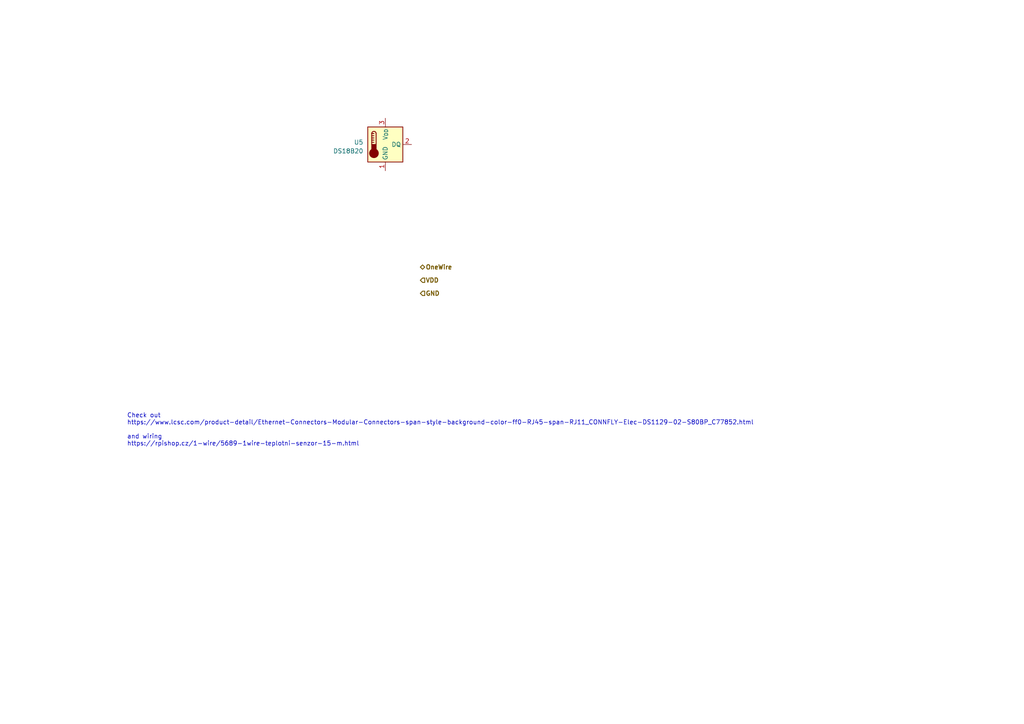
<source format=kicad_sch>
(kicad_sch (version 20230121) (generator eeschema)
  (paper "A4")
  (lib_symbols
    (symbol "Sensor_Temperature:DS18B20"
      (property "Reference" "U" (at -3.81 6.35 0))
      (property "Value" "DS18B20" (at 6.35 6.35 0))
      (symbol "DS18B20_0_1"
        (rectangle (start -5.08 5.08) (end 5.08 -5.08) (stroke (width 0.254)) (fill (type background)))
        (circle (center -3.302 -2.54) (radius 1.27) (stroke (width 0.254)) (fill (type outline)))
        (rectangle (start -2.667 -1.905) (end -3.937 0) (stroke (width 0.254)) (fill (type outline)))
        (arc (start -2.667 3.175) (mid -3.302 3.8073) (end -3.937 3.175) (stroke (width 0.254)))
        (polyline (pts (xy -3.937 0.635) (xy -3.302 0.635)) (stroke (width 0.254)))
        (polyline (pts (xy -3.937 1.27) (xy -3.302 1.27)) (stroke (width 0.254)))
        (polyline (pts (xy -3.937 1.905) (xy -3.302 1.905)) (stroke (width 0.254)))
        (polyline (pts (xy -3.937 2.54) (xy -3.302 2.54)) (stroke (width 0.254)))
        (polyline (pts (xy -3.937 3.175) (xy -3.937 0)) (stroke (width 0.254)))
        (polyline (pts (xy -3.937 3.175) (xy -3.302 3.175)) (stroke (width 0.254)))
        (polyline (pts (xy -2.667 3.175) (xy -2.667 0)) (stroke (width 0.254)))
      )
      (symbol "DS18B20_1_1"
        (pin power_in line (at 0 -7.62 90) (length 2.54) (name "GND") (number "1"))
        (pin bidirectional line (at 7.62 0 180) (length 2.54) (name "DQ") (number "2"))
        (pin power_in line (at 0 7.62 270) (length 2.54) (name "V_{DD}") (number "3"))
      )
    )
  )
  (text "Check out\nhttps://www.lcsc.com/product-detail/Ethernet-Connectors-Modular-Connectors-span-style-background-color-ff0-RJ45-span-RJ11_CONNFLY-Elec-DS1129-02-S80BP_C77852.html\n\nand wiring\nhttps://rpishop.cz/1-wire/5689-1wire-teplotni-senzor-15-m.html" (at 36.83 129.54 0) (effects (font (size 1.27 1.27)) (justify left bottom)))
  (hierarchical_label "VDD" (shape input) (at 121.92 81.28 0) (effects (font bold)))
  (hierarchical_label "GND" (shape input) (at 121.92 85.09 0) (effects (font bold)))
  (hierarchical_label "OneWire" (shape bidirectional) (at 121.92 77.47 0) (effects (font bold)))
  (symbol (lib_id "Sensor_Temperature:DS18B20") (at 111.76 41.91 0) (unit 1)
    (property "Reference" "U5" (at 105.41 41.275 0) (effects (justify right)))
    (property "Value" "DS18B20" (at 105.41 43.815 0) (effects (justify right)))
    (property "Footprint" "Package_TO_SOT_THT:TO-92_Inline" (effects hide))
    (property "Datasheet" "http://datasheets.maximintegrated.com/en/ds/DS18B20.pdf" (effects hide))
  )
)
</source>
